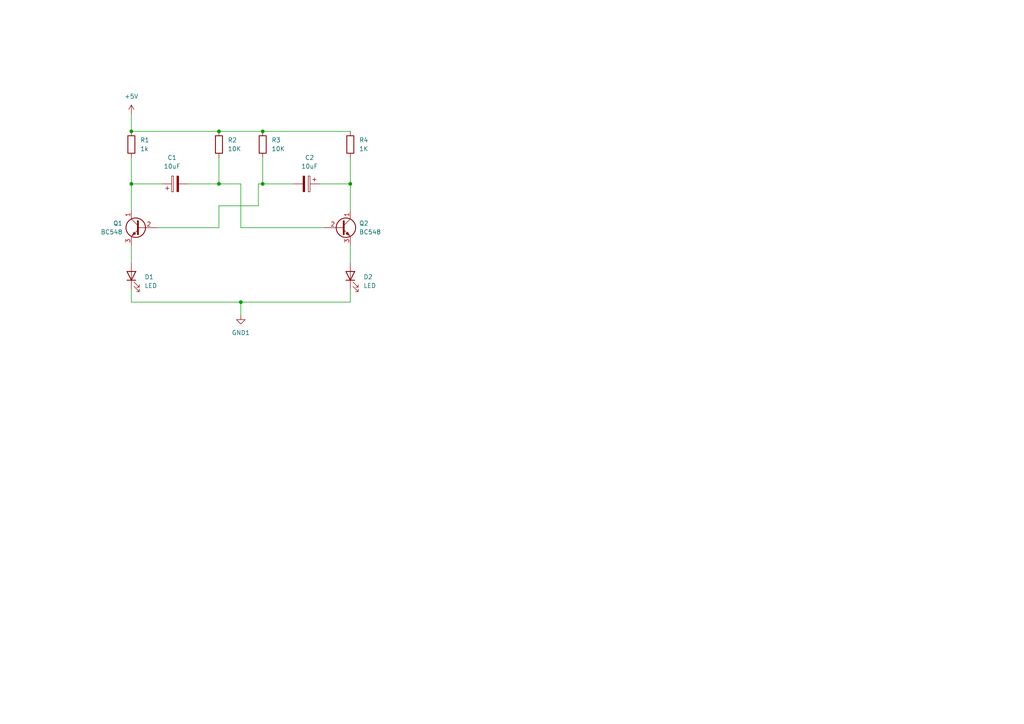
<source format=kicad_sch>
(kicad_sch (version 20231120) (generator "eeschema") (generator_version "8.0")
  (paper "A4")
  (lib_symbols
    (symbol "Device:C_Polarized" (pin_numbers hide) (pin_names (offset 0.254))
      (property "Reference" "C" (at 0.635 2.54 0))
      (property "Value" "C_Polarized" (at 0.635 -2.54 0))
      (symbol "C_Polarized_0_1"
        (rectangle (start -2.286 0.508) (end 2.286 1.016))
        (polyline (pts (xy -1.778 2.286) (xy -0.762 2.286)))
        (polyline (pts (xy -1.27 2.794) (xy -1.27 1.778)))
        (rectangle (start 2.286 -0.508) (end -2.286 -1.016) (fill (type outline)))
      )
      (symbol "C_Polarized_1_1"
        (pin passive line (at 0 3.81 270) (length 2.794) (name "~") (number "1"))
        (pin passive line (at 0 -3.81 90) (length 2.794) (name "~") (number "2"))
      )
    )
    (symbol "Device:LED" (pin_numbers hide) (pin_names (offset 1.016) hide)
      (property "Reference" "D" (at 0 2.54 0))
      (property "Value" "LED" (at 0 -2.54 0))
      (symbol "LED_0_1"
        (polyline (pts (xy -1.27 -1.27) (xy -1.27 1.27)) (stroke (width 0.254)))
        (polyline (pts (xy -1.27 0) (xy 1.27 0)))
        (polyline (pts (xy 1.27 -1.27) (xy 1.27 1.27) (xy -1.27 0) (xy 1.27 -1.27)) (stroke (width 0.254)))
        (polyline (pts (xy -3.048 -0.762) (xy -4.572 -2.286) (xy -3.81 -2.286) (xy -4.572 -2.286) (xy -4.572 -1.524)))
        (polyline (pts (xy -1.778 -0.762) (xy -3.302 -2.286) (xy -2.54 -2.286) (xy -3.302 -2.286) (xy -3.302 -1.524)))
      )
      (symbol "LED_1_1"
        (pin passive line (at -3.81 0 0) (length 2.54) (name "K") (number "1"))
        (pin passive line (at 3.81 0 180) (length 2.54) (name "A") (number "2"))
      )
    )
    (symbol "Device:R" (pin_numbers hide) (pin_names (offset 0))
      (property "Reference" "R" (at 2.032 0 90))
      (property "Value" "R" (at 0 0 90))
      (symbol "R_0_1"
        (rectangle (start -1.016 -2.54) (end 1.016 2.54) (stroke (width 0.254)))
      )
      (symbol "R_1_1"
        (pin passive line (at 0 3.81 270) (length 1.27) (name "~") (number "1"))
        (pin passive line (at 0 -3.81 90) (length 1.27) (name "~") (number "2"))
      )
    )
    (symbol "Transistor_BJT:BC548" (pin_names (offset 0) hide)
      (property "Reference" "Q" (at 5.08 1.905 0))
      (property "Value" "BC548" (at 5.08 0 0))
      (symbol "BC548_0_1"
        (polyline (pts (xy 0 0) (xy 0.635 0)))
        (polyline (pts (xy 0.635 0.635) (xy 2.54 2.54)))
        (polyline (pts (xy 0.635 -0.635) (xy 2.54 -2.54) (xy 2.54 -2.54)))
        (polyline (pts (xy 0.635 1.905) (xy 0.635 -1.905) (xy 0.635 -1.905)) (stroke (width 0.508)))
        (polyline (pts (xy 1.27 -1.778) (xy 1.778 -1.27) (xy 2.286 -2.286) (xy 1.27 -1.778) (xy 1.27 -1.778)) (fill (type outline)))
        (circle (center 1.27 0) (radius 2.8194) (stroke (width 0.254)))
      )
      (symbol "BC548_1_1"
        (pin passive line (at 2.54 5.08 270) (length 2.54) (name "C") (number "1"))
        (pin input line (at -5.08 0 0) (length 5.08) (name "B") (number "2"))
        (pin passive line (at 2.54 -5.08 90) (length 2.54) (name "E") (number "3"))
      )
    )
    (symbol "power:+5V" (power) (pin_numbers hide) (pin_names (offset 0) hide)
      (property "Value" "+5V" (at 0 3.556 0))
      (symbol "+5V_0_1"
        (polyline (pts (xy -0.762 1.27) (xy 0 2.54)))
        (polyline (pts (xy 0 0) (xy 0 2.54)))
        (polyline (pts (xy 0 2.54) (xy 0.762 1.27)))
      )
      (symbol "+5V_1_1"
        (pin power_in line (at 0 0 90) (length 0) (name "~") (number "1"))
      )
    )
    (symbol "power:GND1" (power) (pin_numbers hide) (pin_names (offset 0) hide)
      (property "Value" "GND1" (at 0 -3.81 0))
      (symbol "GND1_0_1"
        (polyline (pts (xy 0 0) (xy 0 -1.27) (xy 1.27 -1.27) (xy 0 -2.54) (xy -1.27 -1.27) (xy 0 -1.27)))
      )
      (symbol "GND1_1_1"
        (pin power_in line (at 0 0 270) (length 0) (name "~") (number "1"))
      )
    )
  )
  (junction (at 76.2 38.1))
  (junction (at 63.5 53.34))
  (junction (at 69.85 87.63))
  (junction (at 101.6 53.34))
  (junction (at 38.1 53.34))
  (junction (at 76.2 53.34))
  (junction (at 38.1 38.1))
  (junction (at 63.5 38.1))
  (wire (pts (xy 101.6 87.63) (xy 101.6 83.82)))
  (wire (pts (xy 69.85 87.63) (xy 101.6 87.63)))
  (wire (pts (xy 38.1 53.34) (xy 38.1 60.96)))
  (wire (pts (xy 69.85 53.34) (xy 69.85 66.04)))
  (wire (pts (xy 63.5 66.04) (xy 45.72 66.04)))
  (wire (pts (xy 63.5 38.1) (xy 76.2 38.1)))
  (wire (pts (xy 63.5 53.34) (xy 54.61 53.34)))
  (wire (pts (xy 76.2 53.34) (xy 85.09 53.34)))
  (wire (pts (xy 38.1 45.72) (xy 38.1 53.34)))
  (wire (pts (xy 101.6 45.72) (xy 101.6 53.34)))
  (wire (pts (xy 69.85 66.04) (xy 93.98 66.04)))
  (wire (pts (xy 38.1 38.1) (xy 63.5 38.1)))
  (wire (pts (xy 76.2 45.72) (xy 76.2 53.34)))
  (wire (pts (xy 74.93 59.69) (xy 74.93 53.34)))
  (wire (pts (xy 101.6 53.34) (xy 101.6 60.96)))
  (wire (pts (xy 38.1 33.02) (xy 38.1 38.1)))
  (wire (pts (xy 38.1 83.82) (xy 38.1 87.63)))
  (wire (pts (xy 63.5 59.69) (xy 63.5 66.04)))
  (wire (pts (xy 63.5 59.69) (xy 74.93 59.69)))
  (wire (pts (xy 69.85 87.63) (xy 69.85 91.44)))
  (wire (pts (xy 76.2 38.1) (xy 101.6 38.1)))
  (wire (pts (xy 38.1 71.12) (xy 38.1 76.2)))
  (wire (pts (xy 69.85 53.34) (xy 63.5 53.34)))
  (wire (pts (xy 92.71 53.34) (xy 101.6 53.34)))
  (wire (pts (xy 38.1 53.34) (xy 46.99 53.34)))
  (wire (pts (xy 101.6 71.12) (xy 101.6 76.2)))
  (wire (pts (xy 38.1 87.63) (xy 69.85 87.63)))
  (wire (pts (xy 63.5 45.72) (xy 63.5 53.34)))
  (wire (pts (xy 74.93 53.34) (xy 76.2 53.34)))
  (symbol (lib_id "Transistor_BJT:BC548") (at 99.06 66.04 0) (unit 1)
    (property "Reference" "Q2" (at 104.14 64.7699 0) (effects (justify left)))
    (property "Value" "BC548" (at 104.14 67.3099 0) (effects (justify left)))
    (property "Footprint" "Package_TO_SOT_THT:TO-92_Inline" (effects (hide yes)))
    (property "Datasheet" "https://www.onsemi.com/pub/Collateral/BC550-D.pdf" (effects (hide yes)))
    (property "Description" "0.1A Ic, 30V Vce, Small Signal NPN Transistor, TO-92" (effects (hide yes)))
  )
  (symbol (lib_id "Device:R") (at 76.2 41.91 0) (unit 1)
    (property "Reference" "R3" (at 78.74 40.6399 0) (effects (justify left)))
    (property "Value" "10K" (at 78.74 43.1799 0) (effects (justify left)))
    (property "Footprint" "Resistor_THT:R_Axial_DIN0204_L3.6mm_D1.6mm_P1.90mm_Vertical" (effects (hide yes)))
    (property "Description" "Resistor" (effects (hide yes)))
  )
  (symbol (lib_id "Transistor_BJT:BC548") (at 40.64 66.04 0) (mirror y) (unit 1)
    (property "Reference" "Q1" (at 35.56 64.7699 0) (effects (justify left)))
    (property "Value" "BC548" (at 35.56 67.3099 0) (effects (justify left)))
    (property "Footprint" "Package_TO_SOT_THT:TO-92_Inline" (effects (hide yes)))
    (property "Datasheet" "https://www.onsemi.com/pub/Collateral/BC550-D.pdf" (effects (hide yes)))
    (property "Description" "0.1A Ic, 30V Vce, Small Signal NPN Transistor, TO-92" (effects (hide yes)))
  )
  (symbol (lib_id "Device:R") (at 101.6 41.91 0) (unit 1)
    (property "Reference" "R4" (at 104.14 40.6399 0) (effects (justify left)))
    (property "Value" "1K" (at 104.14 43.1799 0) (effects (justify left)))
    (property "Footprint" "Resistor_THT:R_Axial_DIN0204_L3.6mm_D1.6mm_P1.90mm_Vertical" (effects (hide yes)))
    (property "Description" "Resistor" (effects (hide yes)))
  )
  (symbol (lib_id "Device:LED") (at 101.6 80.01 90) (unit 1)
    (property "Reference" "D2" (at 105.41 80.3274 90) (effects (justify right)))
    (property "Value" "LED" (at 105.41 82.8674 90) (effects (justify right)))
    (property "Footprint" "LED_THT:LED_D1.8mm_W1.8mm_H2.4mm_Horizontal_O1.27mm_Z1.6mm" (effects (hide yes)))
    (property "Description" "Light emitting diode" (effects (hide yes)))
  )
  (symbol (lib_id "power:GND1") (at 69.85 91.44 0) (unit 1)
    (property "Reference" "#PWR02" (effects (hide yes)))
    (property "Value" "GND1" (at 69.85 96.52 0))
    (property "Description" "Power symbol creates a global label with name \"GND1\" , ground" (effects (hide yes)))
  )
  (symbol (lib_id "power:+5V") (at 38.1 33.02 0) (unit 1)
    (property "Reference" "#PWR01" (effects (hide yes)))
    (property "Value" "+5V" (at 38.1 27.94 0))
    (property "Description" "Power symbol creates a global label with name \"+5V\"" (effects (hide yes)))
  )
  (symbol (lib_id "Device:C_Polarized") (at 50.8 53.34 90) (unit 1)
    (property "Reference" "C1" (at 49.911 45.72 90))
    (property "Value" "10uF" (at 49.911 48.26 90))
    (property "Footprint" "Capacitor_SMD:C_Elec_4x5.4" (effects (hide yes)))
    (property "Description" "Polarized capacitor" (effects (hide yes)))
  )
  (symbol (lib_id "Device:C_Polarized") (at 88.9 53.34 270) (unit 1)
    (property "Reference" "C2" (at 89.789 45.72 90))
    (property "Value" "10uF" (at 89.789 48.26 90))
    (property "Footprint" "Capacitor_SMD:C_Elec_4x5.4" (effects (hide yes)))
    (property "Description" "Polarized capacitor" (effects (hide yes)))
  )
  (symbol (lib_id "Device:R") (at 63.5 41.91 0) (unit 1)
    (property "Reference" "R2" (at 66.04 40.6399 0) (effects (justify left)))
    (property "Value" "10K" (at 66.04 43.1799 0) (effects (justify left)))
    (property "Footprint" "Resistor_THT:R_Axial_DIN0204_L3.6mm_D1.6mm_P1.90mm_Vertical" (effects (hide yes)))
    (property "Description" "Resistor" (effects (hide yes)))
  )
  (symbol (lib_id "Device:LED") (at 38.1 80.01 90) (unit 1)
    (property "Reference" "D1" (at 41.91 80.3274 90) (effects (justify right)))
    (property "Value" "LED" (at 41.91 82.8674 90) (effects (justify right)))
    (property "Footprint" "LED_THT:LED_D1.8mm_W1.8mm_H2.4mm_Horizontal_O1.27mm_Z1.6mm" (effects (hide yes)))
    (property "Description" "Light emitting diode" (effects (hide yes)))
  )
  (symbol (lib_id "Device:R") (at 38.1 41.91 0) (unit 1)
    (property "Reference" "R1" (at 40.64 40.6399 0) (effects (justify left)))
    (property "Value" "1k" (at 40.64 43.1799 0) (effects (justify left)))
    (property "Footprint" "Resistor_THT:R_Axial_DIN0204_L3.6mm_D1.6mm_P1.90mm_Vertical" (effects (hide yes)))
    (property "Description" "Resistor" (effects (hide yes)))
  )
)
</source>
